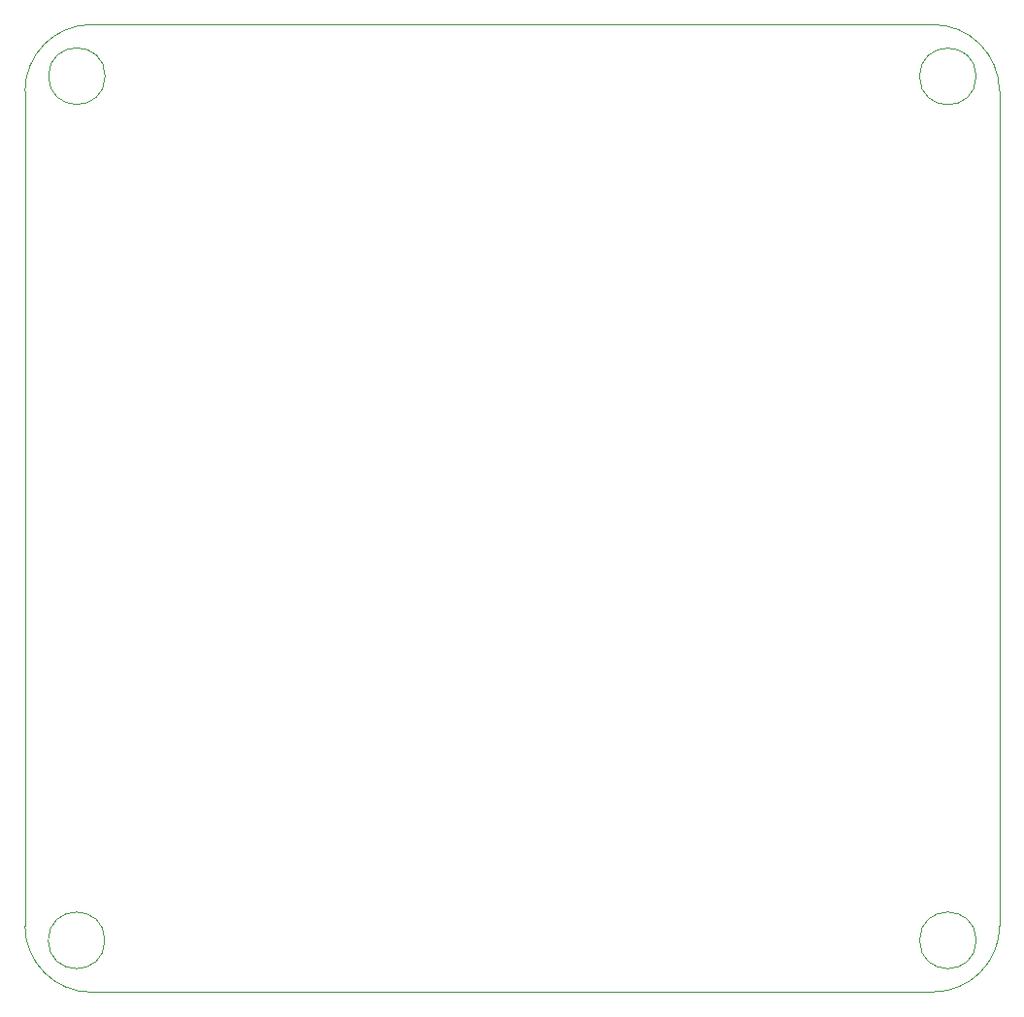
<source format=gbr>
%TF.GenerationSoftware,KiCad,Pcbnew,(6.0.7)*%
%TF.CreationDate,2022-08-29T18:43:20+02:00*%
%TF.ProjectId,UNIclicker,554e4963-6c69-4636-9b65-722e6b696361,rev?*%
%TF.SameCoordinates,Original*%
%TF.FileFunction,Profile,NP*%
%FSLAX46Y46*%
G04 Gerber Fmt 4.6, Leading zero omitted, Abs format (unit mm)*
G04 Created by KiCad (PCBNEW (6.0.7)) date 2022-08-29 18:43:20*
%MOMM*%
%LPD*%
G01*
G04 APERTURE LIST*
%TA.AperFunction,Profile*%
%ADD10C,0.100000*%
%TD*%
G04 APERTURE END LIST*
D10*
X97970324Y-19525000D02*
G75*
G03*
X97970324Y-19525000I-2470324J0D01*
G01*
X15000000Y-20800000D02*
X15000000Y-93625000D01*
X97970324Y-94900000D02*
G75*
G03*
X97970324Y-94900000I-2470324J0D01*
G01*
X15000000Y-93625000D02*
G75*
G03*
X20800000Y-99425000I5800000J0D01*
G01*
X100025000Y-93600000D02*
X100000000Y-20800000D01*
X21970324Y-94900000D02*
G75*
G03*
X21970324Y-94900000I-2470324J0D01*
G01*
X20800000Y-15000000D02*
G75*
G03*
X15000000Y-20800000I0J-5800000D01*
G01*
X94225000Y-99400000D02*
G75*
G03*
X100025000Y-93600000I0J5800000D01*
G01*
X94200000Y-15000000D02*
X20800000Y-15000000D01*
X20800000Y-99425000D02*
X94225000Y-99400000D01*
X100000000Y-20800000D02*
G75*
G03*
X94200000Y-15000000I-5800000J0D01*
G01*
X21995324Y-19500000D02*
G75*
G03*
X21995324Y-19500000I-2470324J0D01*
G01*
M02*

</source>
